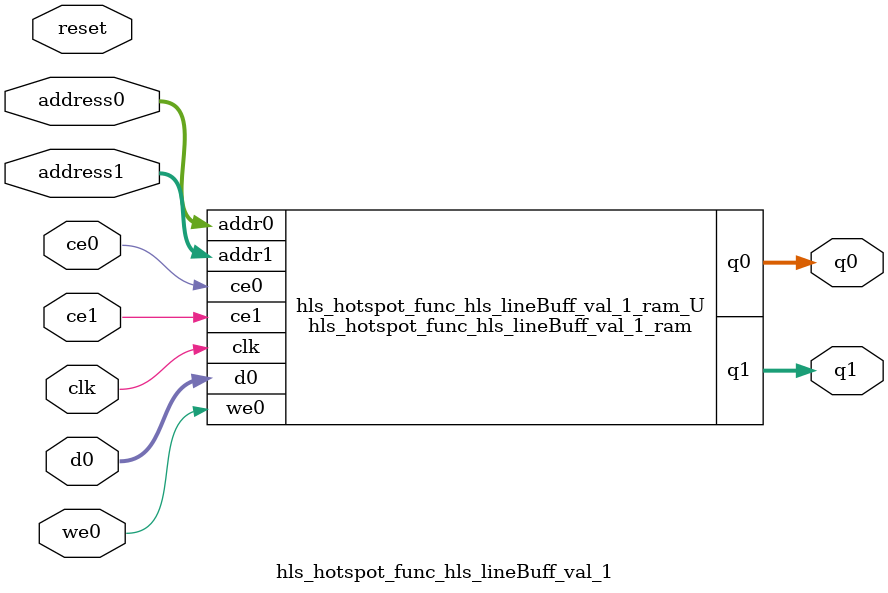
<source format=v>

`timescale 1 ns / 1 ps
module hls_hotspot_func_hls_lineBuff_val_1_ram (addr0, ce0, d0, we0, q0, addr1, ce1, q1,  clk);

parameter DWIDTH = 32;
parameter AWIDTH = 11;
parameter MEM_SIZE = 1026;

input[AWIDTH-1:0] addr0;
input ce0;
input[DWIDTH-1:0] d0;
input we0;
output reg[DWIDTH-1:0] q0;
input[AWIDTH-1:0] addr1;
input ce1;
output reg[DWIDTH-1:0] q1;
input clk;

(* ram_style = "block" *)reg [DWIDTH-1:0] ram[MEM_SIZE-1:0];




always @(posedge clk)  
begin 
    if (ce0) 
    begin
        if (we0) 
        begin 
            ram[addr0] <= d0; 
            q0 <= d0;
        end 
        else 
            q0 <= ram[addr0];
    end
end


always @(posedge clk)  
begin 
    if (ce1) 
    begin
            q1 <= ram[addr1];
    end
end


endmodule


`timescale 1 ns / 1 ps
module hls_hotspot_func_hls_lineBuff_val_1(
    reset,
    clk,
    address0,
    ce0,
    we0,
    d0,
    q0,
    address1,
    ce1,
    q1);

parameter DataWidth = 32'd32;
parameter AddressRange = 32'd1026;
parameter AddressWidth = 32'd11;
input reset;
input clk;
input[AddressWidth - 1:0] address0;
input ce0;
input we0;
input[DataWidth - 1:0] d0;
output[DataWidth - 1:0] q0;
input[AddressWidth - 1:0] address1;
input ce1;
output[DataWidth - 1:0] q1;



hls_hotspot_func_hls_lineBuff_val_1_ram hls_hotspot_func_hls_lineBuff_val_1_ram_U(
    .clk( clk ),
    .addr0( address0 ),
    .ce0( ce0 ),
    .d0( d0 ),
    .we0( we0 ),
    .q0( q0 ),
    .addr1( address1 ),
    .ce1( ce1 ),
    .q1( q1 ));

endmodule


</source>
